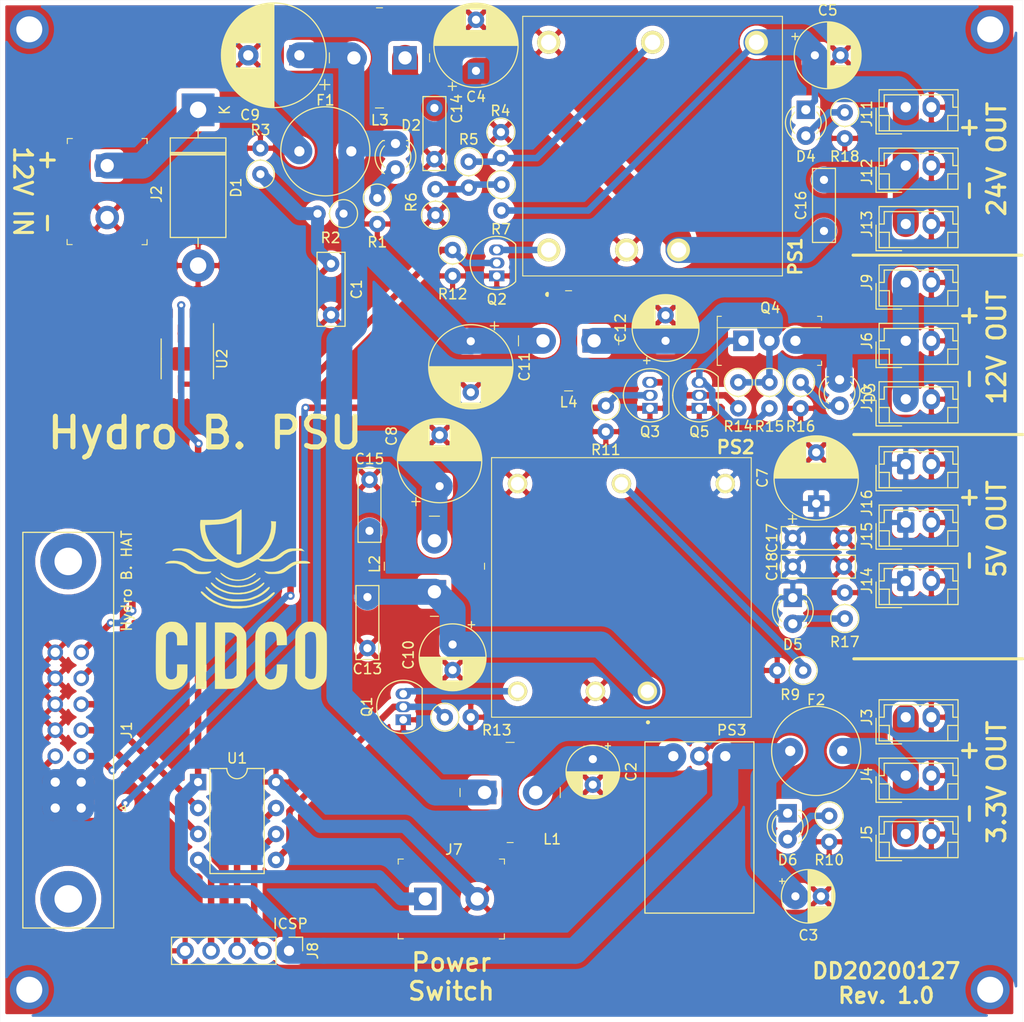
<source format=kicad_pcb>
(kicad_pcb (version 20171130) (host pcbnew "(5.1.5)-3")
  (layers (0 F.Cu signal) (31 B.Cu signal) (34 B.Paste user) (35 F.Paste user) (36 B.SilkS user) (37 F.SilkS user) (38 B.Mask user) (39 F.Mask user) (44 Edge.Cuts user))
  (net 0 "")
  (net 1 "Net-(D1-Pad1)")
  (net 2 GND)
  (net 3 read_sw)
  (net 4 "Net-(C12-Pad1)")
  (net 5 "Net-(Q4-Pad1)")
  (net 6 +12V)
  (net 7 12v_on)
  (net 8 24v_on)
  (net 9 "Net-(PS1-Pad1)")
  (net 10 5v_on)
  (net 11 "Net-(C10-Pad1)")
  (net 12 "Net-(C2-Pad1)")
  (net 13 +3V3)
  (net 14 "Net-(D2-Pad2)")
  (net 15 "Net-(D3-Pad2)")
  (net 16 "Net-(D4-Pad2)")
  (net 17 "Net-(D5-Pad2)")
  (net 18 "Net-(D6-Pad2)")
  (net 19 "Net-(R5-Pad2)")
  (net 20 "Net-(PS1-Pad5)")
  (net 21 "Net-(C1-Pad1)")
  (net 22 SCK)
  (net 23 SDA)
  (net 24 rpi_shutdown)
  (net 25 ICSPCLK)
  (net 26 rpi_pw_ok)
  (net 27 ICSPDAT)
  (net 28 "Net-(C14-Pad1)")
  (net 29 24VOUT)
  (net 30 5VOUT)
  (net 31 12VOUT)
  (net 32 3.3VOUT)
  (net 33 "Net-(PS2-Pad6)")
  (net 34 "Net-(Q3-Pad3)")
  (net 35 "Net-(PS2-Pad4)")
  (module Connector_PinHeader_2.54mm:PinHeader_1x05_P2.54mm_Vertical (layer F.Cu) (at 48.26 113.03 270)
    (fp_text reference J8 (at 0 -2.33 90) (layer F.SilkS))
    (fp_text value Conn_01x05)
    (pad 5 thru_hole oval (at 0 10.16 270) (size 1.7 1.7) (drill 1) (layers *.Cu *.Mask) (net 2 GND))
    (pad 4 thru_hole oval (at 0 7.62 270) (size 1.7 1.7) (drill 1) (layers *.Cu *.Mask) (net 3 read_sw))
    (pad 3 thru_hole oval (at 0 5.08 270) (size 1.7 1.7) (drill 1) (layers *.Cu *.Mask) (net 27 ICSPDAT))
    (pad 2 thru_hole oval (at 0 2.54 270) (size 1.7 1.7) (drill 1) (layers *.Cu *.Mask) (net 25 ICSPCLK))
    (pad 1 thru_hole rect (at 0 0 270) (size 1.7 1.7) (drill 1) (layers *.Cu *.Mask) (net 13 +3V3))
  )
  (module Resistor_THT:R_Axial_DIN0207_L6.3mm_D2.5mm_P2.54mm_Vertical (layer F.Cu) (at 68.9864 32.9184 270)
    (fp_text reference R4 (at -2.0828 0.0508 180) (layer F.SilkS))
    (fp_text value XX)
    (pad 2 thru_hole oval (at 2.54 0 270) (size 1.6 1.6) (drill 0.8) (layers *.Cu *.Mask) (net 20 "Net-(PS1-Pad5)"))
    (pad 1 thru_hole circle (at 0 0 270) (size 1.6 1.6) (drill 0.8) (layers *.Cu *.Mask) (net 2 GND))
  )
  (module SKMW30G-12:SKMW30G12 (layer F.Cu) (at 83.312 87.63)
    (fp_text reference PS2 (at 8.636 -23.876) (layer F.SilkS) (effects (font (size 1.27 1.27) (thickness 0.254))))
    (fp_text value SKMW30F-05 hide)
    (pad 6 thru_hole circle (at -12.7 0 90) (size 1.9 1.9) (drill 1.3) (layers *.Cu *.Mask F.SilkS) (net 33 "Net-(PS2-Pad6)"))
    (pad 5 thru_hole circle (at -12.7 -20.32 90) (size 1.9 1.9) (drill 1.3) (layers *.Cu *.Mask F.SilkS) (net 2 GND))
    (pad 4 thru_hole circle (at -2.54 -20.32 90) (size 1.9 1.9) (drill 1.3) (layers *.Cu *.Mask F.SilkS) (net 35 "Net-(PS2-Pad4)"))
    (pad 3 thru_hole circle (at 7.62 -20.32 90) (size 1.9 1.9) (drill 1.3) (layers *.Cu *.Mask F.SilkS) (net 30 5VOUT))
    (pad 2 thru_hole circle (at -5.08 0 90) (size 1.9 1.9) (drill 1.3) (layers *.Cu *.Mask F.SilkS) (net 2 GND))
    (pad 1 thru_hole circle (at 0 0 90) (size 1.9 1.9) (drill 1.3) (layers *.Cu *.Mask F.SilkS) (net 11 "Net-(C10-Pad1)"))
  )
  (module Package_SO:SOIC-8-1EP_3.9x4.9mm_P1.27mm_EP2.29x3mm (layer F.Cu) (at 38.3166 55.1068 270)
    (fp_text reference U2 (at 0 -3.4 90) (layer F.SilkS))
    (fp_text value MCP3426-xSN)
    (pad 8 smd roundrect (at 2.475 -1.905 270) (size 1.95 0.6) (layers F.Cu F.Paste F.Mask) (net 2 GND))
    (pad 7 smd roundrect (at 2.475 -0.635 270) (size 1.95 0.6) (layers F.Cu F.Paste F.Mask) (net 2 GND))
    (pad 6 smd roundrect (at 2.475 0.635 270) (size 1.95 0.6) (layers F.Cu F.Paste F.Mask) (net 2 GND))
    (pad 5 smd roundrect (at 2.475 1.905 270) (size 1.95 0.6) (layers F.Cu F.Paste F.Mask) (net 22 SCK))
    (pad 4 smd roundrect (at -2.475 1.905 270) (size 1.95 0.6) (layers F.Cu F.Paste F.Mask) (net 23 SDA))
    (pad 3 smd roundrect (at -2.475 0.635 270) (size 1.95 0.6) (layers F.Cu F.Paste F.Mask) (net 13 +3V3))
    (pad 2 smd roundrect (at -2.475 -0.635 270) (size 1.95 0.6) (layers F.Cu F.Paste F.Mask) (net 2 GND))
    (pad 1 smd roundrect (at -2.475 -1.905 270) (size 1.95 0.6) (layers F.Cu F.Paste F.Mask) (net 21 "Net-(C1-Pad1)"))
    (pad 9 smd roundrect (at 0 0 270) (size 2.29 3) (layers F.Cu F.Mask) (roundrect_rratio 0.10917))
  )
  (module Resistor_THT:R_Axial_DIN0207_L6.3mm_D2.5mm_P2.54mm_Vertical (layer F.Cu) (at 102.616 30.988 270)
    (fp_text reference R18 (at 4.318 0 180) (layer F.SilkS))
    (fp_text value 3.9k)
    (pad 2 thru_hole oval (at 2.54 0 270) (size 1.6 1.6) (drill 0.8) (layers *.Cu *.Mask) (net 2 GND))
    (pad 1 thru_hole circle (at 0 0 270) (size 1.6 1.6) (drill 0.8) (layers *.Cu *.Mask) (net 16 "Net-(D4-Pad2)"))
  )
  (module Resistor_THT:R_Axial_DIN0207_L6.3mm_D2.5mm_P2.54mm_Vertical (layer F.Cu) (at 102.616 80.518 90)
    (fp_text reference R17 (at -2.286 0 180) (layer F.SilkS))
    (fp_text value 560)
    (pad 2 thru_hole oval (at 2.54 0 90) (size 1.6 1.6) (drill 0.8) (layers *.Cu *.Mask) (net 2 GND))
    (pad 1 thru_hole circle (at 0 0 90) (size 1.6 1.6) (drill 0.8) (layers *.Cu *.Mask) (net 17 "Net-(D5-Pad2)"))
  )
  (module Resistor_THT:R_Axial_DIN0207_L6.3mm_D2.5mm_P2.54mm_Vertical (layer F.Cu) (at 98.298 57.404 270)
    (fp_text reference R16 (at 4.318 0 180) (layer F.SilkS))
    (fp_text value 2k)
    (pad 2 thru_hole oval (at 2.54 0 270) (size 1.6 1.6) (drill 0.8) (layers *.Cu *.Mask) (net 2 GND))
    (pad 1 thru_hole circle (at 0 0 270) (size 1.6 1.6) (drill 0.8) (layers *.Cu *.Mask) (net 15 "Net-(D3-Pad2)"))
  )
  (module Resistor_THT:R_Axial_DIN0207_L6.3mm_D2.5mm_P2.54mm_Vertical (layer F.Cu) (at 95.25 57.404 270)
    (fp_text reference R15 (at 4.318 0 180) (layer F.SilkS))
    (fp_text value 10k)
    (pad 2 thru_hole oval (at 2.54 0 270) (size 1.6 1.6) (drill 0.8) (layers *.Cu *.Mask) (net 5 "Net-(Q4-Pad1)"))
    (pad 1 thru_hole circle (at 0 0 270) (size 1.6 1.6) (drill 0.8) (layers *.Cu *.Mask) (net 4 "Net-(C12-Pad1)"))
  )
  (module Resistor_THT:R_Axial_DIN0207_L6.3mm_D2.5mm_P2.54mm_Vertical (layer F.Cu) (at 92.202 57.404 270)
    (fp_text reference R14 (at 4.318 0 180) (layer F.SilkS))
    (fp_text value 10k)
    (pad 2 thru_hole oval (at 2.54 0 270) (size 1.6 1.6) (drill 0.8) (layers *.Cu *.Mask) (net 34 "Net-(Q3-Pad3)"))
    (pad 1 thru_hole circle (at 0 0 270) (size 1.6 1.6) (drill 0.8) (layers *.Cu *.Mask) (net 4 "Net-(C12-Pad1)"))
  )
  (module Resistor_THT:R_Axial_DIN0207_L6.3mm_D2.5mm_P2.54mm_Vertical (layer F.Cu) (at 63.5 90.17)
    (fp_text reference R13 (at 5.08 1.27) (layer F.SilkS))
    (fp_text value 1k)
    (pad 2 thru_hole oval (at 2.54 0) (size 1.6 1.6) (drill 0.8) (layers *.Cu *.Mask) (net 2 GND))
    (pad 1 thru_hole circle (at 0 0) (size 1.6 1.6) (drill 0.8) (layers *.Cu *.Mask) (net 10 5v_on))
  )
  (module Resistor_THT:R_Axial_DIN0207_L6.3mm_D2.5mm_P2.54mm_Vertical (layer F.Cu) (at 64.262 44.45 270)
    (fp_text reference R12 (at 4.318 0 180) (layer F.SilkS))
    (fp_text value 1k)
    (pad 2 thru_hole oval (at 2.54 0 270) (size 1.6 1.6) (drill 0.8) (layers *.Cu *.Mask) (net 2 GND))
    (pad 1 thru_hole circle (at 0 0 270) (size 1.6 1.6) (drill 0.8) (layers *.Cu *.Mask) (net 8 24v_on))
  )
  (module Resistor_THT:R_Axial_DIN0207_L6.3mm_D2.5mm_P2.54mm_Vertical (layer F.Cu) (at 79.248 59.69 270)
    (fp_text reference R11 (at 4.318 0 180) (layer F.SilkS))
    (fp_text value 1k)
    (pad 2 thru_hole oval (at 2.54 0 270) (size 1.6 1.6) (drill 0.8) (layers *.Cu *.Mask) (net 2 GND))
    (pad 1 thru_hole circle (at 0 0 270) (size 1.6 1.6) (drill 0.8) (layers *.Cu *.Mask) (net 7 12v_on))
  )
  (module Resistor_THT:R_Axial_DIN0207_L6.3mm_D2.5mm_P2.54mm_Vertical (layer F.Cu) (at 101.092 99.822 270)
    (fp_text reference R10 (at 4.318 0 180) (layer F.SilkS))
    (fp_text value 220)
    (pad 2 thru_hole oval (at 2.54 0 270) (size 1.6 1.6) (drill 0.8) (layers *.Cu *.Mask) (net 2 GND))
    (pad 1 thru_hole circle (at 0 0 270) (size 1.6 1.6) (drill 0.8) (layers *.Cu *.Mask) (net 18 "Net-(D6-Pad2)"))
  )
  (module Resistor_THT:R_Axial_DIN0207_L6.3mm_D2.5mm_P2.54mm_Vertical (layer F.Cu) (at 98.552 85.598 180)
    (fp_text reference R9 (at 1.27 -2.37) (layer F.SilkS))
    (fp_text value xx)
    (pad 2 thru_hole oval (at 2.54 0 180) (size 1.6 1.6) (drill 0.8) (layers *.Cu *.Mask) (net 2 GND))
    (pad 1 thru_hole circle (at 0 0 180) (size 1.6 1.6) (drill 0.8) (layers *.Cu *.Mask) (net 35 "Net-(PS2-Pad4)"))
  )
  (module Resistor_THT:R_Axial_DIN0207_L6.3mm_D2.5mm_P2.54mm_Vertical (layer F.Cu) (at 69.0372 38.0492 270)
    (fp_text reference R7 (at 4.3688 0.0508 180) (layer F.SilkS))
    (fp_text value 24.872K)
    (pad 2 thru_hole oval (at 2.54 0 270) (size 1.6 1.6) (drill 0.8) (layers *.Cu *.Mask) (net 29 24VOUT))
    (pad 1 thru_hole circle (at 0 0 270) (size 1.6 1.6) (drill 0.8) (layers *.Cu *.Mask) (net 19 "Net-(R5-Pad2)"))
  )
  (module Resistor_THT:R_Axial_DIN0207_L6.3mm_D2.5mm_P2.54mm_Vertical (layer F.Cu) (at 62.5856 41.0464 90)
    (fp_text reference R6 (at 1.27 -2.37 90) (layer F.SilkS))
    (fp_text value 2.87K)
    (pad 2 thru_hole oval (at 2.54 0 90) (size 1.6 1.6) (drill 0.8) (layers *.Cu *.Mask) (net 19 "Net-(R5-Pad2)"))
    (pad 1 thru_hole circle (at 0 0 90) (size 1.6 1.6) (drill 0.8) (layers *.Cu *.Mask) (net 2 GND))
  )
  (module Resistor_THT:R_Axial_DIN0207_L6.3mm_D2.5mm_P2.54mm_Vertical (layer F.Cu) (at 65.8368 35.814 270)
    (fp_text reference R5 (at -2.1844 0 180) (layer F.SilkS))
    (fp_text value 20K)
    (pad 2 thru_hole oval (at 2.54 0 270) (size 1.6 1.6) (drill 0.8) (layers *.Cu *.Mask) (net 19 "Net-(R5-Pad2)"))
    (pad 1 thru_hole circle (at 0 0 270) (size 1.6 1.6) (drill 0.8) (layers *.Cu *.Mask) (net 20 "Net-(PS1-Pad5)"))
  )
  (module Resistor_THT:R_Axial_DIN0207_L6.3mm_D2.5mm_P2.54mm_Vertical (layer F.Cu) (at 45.466 37.0332 90)
    (fp_text reference R3 (at 4.318 0 180) (layer F.SilkS))
    (fp_text value "1.27k 0.1%")
    (pad 2 thru_hole oval (at 2.54 0 90) (size 1.6 1.6) (drill 0.8) (layers *.Cu *.Mask) (net 2 GND))
    (pad 1 thru_hole circle (at 0 0 90) (size 1.6 1.6) (drill 0.8) (layers *.Cu *.Mask) (net 21 "Net-(C1-Pad1)"))
  )
  (module Resistor_THT:R_Axial_DIN0207_L6.3mm_D2.5mm_P2.54mm_Vertical (layer F.Cu) (at 53.594 40.894 180)
    (fp_text reference R2 (at 1.27 -2.37) (layer F.SilkS))
    (fp_text value "7.87k 0.1%")
    (pad 2 thru_hole oval (at 2.54 0 180) (size 1.6 1.6) (drill 0.8) (layers *.Cu *.Mask) (net 21 "Net-(C1-Pad1)"))
    (pad 1 thru_hole circle (at 0 0 180) (size 1.6 1.6) (drill 0.8) (layers *.Cu *.Mask) (net 6 +12V))
  )
  (module Resistor_THT:R_Axial_DIN0207_L6.3mm_D2.5mm_P2.54mm_Vertical (layer F.Cu) (at 56.896 39.37 270)
    (fp_text reference R1 (at 4.318 0 180) (layer F.SilkS))
    (fp_text value 10k)
    (pad 2 thru_hole oval (at 2.54 0 270) (size 1.6 1.6) (drill 0.8) (layers *.Cu *.Mask) (net 2 GND))
    (pad 1 thru_hole circle (at 0 0 270) (size 1.6 1.6) (drill 0.8) (layers *.Cu *.Mask) (net 14 "Net-(D2-Pad2)"))
  )
  (module Package_TO_SOT_THT:TO-92_Inline (layer F.Cu) (at 88.392 59.944 90)
    (fp_text reference Q5 (at -2.286 0 180) (layer F.SilkS))
    (fp_text value 2N7000)
    (pad 1 thru_hole rect (at 0 0 90) (size 1.05 1.5) (drill 0.75) (layers *.Cu *.Mask) (net 2 GND))
    (pad 3 thru_hole oval (at 2.54 0 90) (size 1.05 1.5) (drill 0.75) (layers *.Cu *.Mask) (net 5 "Net-(Q4-Pad1)"))
    (pad 2 thru_hole oval (at 1.27 0 90) (size 1.05 1.5) (drill 0.75) (layers *.Cu *.Mask) (net 34 "Net-(Q3-Pad3)"))
  )
  (module Package_TO_SOT_THT:TO-92_Inline (layer F.Cu) (at 83.566 59.944 90)
    (fp_text reference Q3 (at -2.286 0 180) (layer F.SilkS))
    (fp_text value 2N7000)
    (pad 1 thru_hole rect (at 0 0 90) (size 1.05 1.5) (drill 0.75) (layers *.Cu *.Mask) (net 2 GND))
    (pad 3 thru_hole oval (at 2.54 0 90) (size 1.05 1.5) (drill 0.75) (layers *.Cu *.Mask) (net 34 "Net-(Q3-Pad3)"))
    (pad 2 thru_hole oval (at 1.27 0 90) (size 1.05 1.5) (drill 0.75) (layers *.Cu *.Mask) (net 7 12v_on))
  )
  (module Package_TO_SOT_THT:TO-92_Inline (layer F.Cu) (at 68.58 46.99 90)
    (fp_text reference Q2 (at -2.286 0 180) (layer F.SilkS))
    (fp_text value 2N7000)
    (pad 1 thru_hole rect (at 0 0 90) (size 1.05 1.5) (drill 0.75) (layers *.Cu *.Mask) (net 2 GND))
    (pad 3 thru_hole oval (at 2.54 0 90) (size 1.05 1.5) (drill 0.75) (layers *.Cu *.Mask) (net 9 "Net-(PS1-Pad1)"))
    (pad 2 thru_hole oval (at 1.27 0 90) (size 1.05 1.5) (drill 0.75) (layers *.Cu *.Mask) (net 8 24v_on))
  )
  (module Package_TO_SOT_THT:TO-92_Inline (layer F.Cu) (at 59.436 90.424 90)
    (fp_text reference Q1 (at 1.27 -3.56 90) (layer F.SilkS))
    (fp_text value 2N7000)
    (pad 1 thru_hole rect (at 0 0 90) (size 1.05 1.5) (drill 0.75) (layers *.Cu *.Mask) (net 2 GND))
    (pad 3 thru_hole oval (at 2.54 0 90) (size 1.05 1.5) (drill 0.75) (layers *.Cu *.Mask) (net 33 "Net-(PS2-Pad6)"))
    (pad 2 thru_hole oval (at 1.27 0 90) (size 1.05 1.5) (drill 0.75) (layers *.Cu *.Mask) (net 10 5v_on))
  )
  (module Fuse:Fuse_Littelfuse_372_D8.50mm (layer F.Cu) (at 97.282 93.472)
    (fp_text reference F2 (at 2.54 -5) (layer F.SilkS))
    (fp_text value 3413_0328_22)
    (pad 2 thru_hole circle (at 5.08 0) (size 2 2) (drill 1) (layers *.Cu *.Mask) (net 32 3.3VOUT))
    (pad 1 thru_hole circle (at 0 0) (size 2 2) (drill 1) (layers *.Cu *.Mask) (net 13 +3V3))
  )
  (module Fuse:Fuse_Littelfuse_372_D8.50mm (layer F.Cu) (at 49.276 34.798)
    (fp_text reference F1 (at 2.54 -5) (layer F.SilkS))
    (fp_text value 3413_0328_22)
    (pad 2 thru_hole circle (at 5.08 0) (size 2 2) (drill 1) (layers *.Cu *.Mask) (net 6 +12V))
    (pad 1 thru_hole circle (at 0 0) (size 2 2) (drill 1) (layers *.Cu *.Mask) (net 1 "Net-(D1-Pad1)"))
  )
  (module LED_THT:LED_D3.0mm_Clear (layer F.Cu) (at 97.028 99.568 270)
    (fp_text reference D6 (at 4.572 0 180) (layer F.SilkS))
    (fp_text value LTST-C171KRKT)
    (pad 2 thru_hole circle (at 2.54 0 270) (size 1.8 1.8) (drill 0.9) (layers *.Cu *.Mask) (net 18 "Net-(D6-Pad2)"))
    (pad 1 thru_hole rect (at 0 0 270) (size 1.8 1.8) (drill 0.9) (layers *.Cu *.Mask) (net 13 +3V3))
  )
  (module LED_THT:LED_D3.0mm_Clear (layer F.Cu) (at 97.536 78.486 270)
    (fp_text reference D5 (at 4.572 0 180) (layer F.SilkS))
    (fp_text value LTST-C171KRKT)
    (pad 2 thru_hole circle (at 2.54 0 270) (size 1.8 1.8) (drill 0.9) (layers *.Cu *.Mask) (net 17 "Net-(D5-Pad2)"))
    (pad 1 thru_hole rect (at 0 0 270) (size 1.8 1.8) (drill 0.9) (layers *.Cu *.Mask) (net 30 5VOUT))
  )
  (module LED_THT:LED_D3.0mm_Clear (layer F.Cu) (at 98.806 30.734 270)
    (fp_text reference D4 (at 4.572 0 180) (layer F.SilkS))
    (fp_text value LTST-C171KRKT)
    (pad 2 thru_hole circle (at 2.54 0 270) (size 1.8 1.8) (drill 0.9) (layers *.Cu *.Mask) (net 16 "Net-(D4-Pad2)"))
    (pad 1 thru_hole rect (at 0 0 270) (size 1.8 1.8) (drill 0.9) (layers *.Cu *.Mask) (net 29 24VOUT))
  )
  (module LED_THT:LED_D3.0mm_Clear (layer F.Cu) (at 102.108 57.15 270)
    (fp_text reference D3 (at 1.27 -2.96 90) (layer F.SilkS))
    (fp_text value LTST-C171KRKT)
    (pad 2 thru_hole circle (at 2.54 0 270) (size 1.8 1.8) (drill 0.9) (layers *.Cu *.Mask) (net 15 "Net-(D3-Pad2)"))
    (pad 1 thru_hole rect (at 0 0 270) (size 1.8 1.8) (drill 0.9) (layers *.Cu *.Mask) (net 31 12VOUT))
  )
  (module LED_THT:LED_D3.0mm_Clear (layer F.Cu) (at 58.674 34.036 270)
    (fp_text reference D2 (at -1.778 -1.524 180) (layer F.SilkS))
    (fp_text value LTST-C171KRKT)
    (pad 2 thru_hole circle (at 2.54 0 270) (size 1.8 1.8) (drill 0.9) (layers *.Cu *.Mask) (net 14 "Net-(D2-Pad2)"))
    (pad 1 thru_hole rect (at 0 0 270) (size 1.8 1.8) (drill 0.9) (layers *.Cu *.Mask) (net 6 +12V))
  )
  (module Capacitor_THT:C_Rect_L7.0mm_W2.0mm_P5.00mm (layer F.Cu) (at 97.536 75.438)
    (fp_text reference C18 (at -2.032 0 90) (layer F.SilkS))
    (fp_text value 0.1UF)
    (pad 2 thru_hole circle (at 5 0) (size 1.6 1.6) (drill 0.8) (layers *.Cu *.Mask) (net 2 GND))
    (pad 1 thru_hole circle (at 0 0) (size 1.6 1.6) (drill 0.8) (layers *.Cu *.Mask) (net 30 5VOUT))
  )
  (module Capacitor_THT:C_Rect_L7.0mm_W2.0mm_P5.00mm (layer F.Cu) (at 97.536 72.644)
    (fp_text reference C17 (at -2.032 0 90) (layer F.SilkS))
    (fp_text value 10UF)
    (pad 2 thru_hole circle (at 5 0) (size 1.6 1.6) (drill 0.8) (layers *.Cu *.Mask) (net 2 GND))
    (pad 1 thru_hole circle (at 0 0) (size 1.6 1.6) (drill 0.8) (layers *.Cu *.Mask) (net 30 5VOUT))
  )
  (module Capacitor_THT:C_Rect_L7.0mm_W2.0mm_P5.00mm (layer F.Cu) (at 100.584 42.592 90)
    (fp_text reference C16 (at 2.5 -2.25 90) (layer F.SilkS))
    (fp_text value "1NF 2KV")
    (pad 2 thru_hole circle (at 5 0 90) (size 1.6 1.6) (drill 0.8) (layers *.Cu *.Mask) (net 29 24VOUT))
    (pad 1 thru_hole circle (at 0 0 90) (size 1.6 1.6) (drill 0.8) (layers *.Cu *.Mask) (net 28 "Net-(C14-Pad1)"))
  )
  (module Capacitor_THT:C_Rect_L7.0mm_W2.0mm_P5.00mm (layer F.Cu) (at 56.134 71.9328 90)
    (fp_text reference C15 (at 7.032 0 180) (layer F.SilkS))
    (fp_text value 0.1UF)
    (pad 2 thru_hole circle (at 5 0 90) (size 1.6 1.6) (drill 0.8) (layers *.Cu *.Mask) (net 2 GND))
    (pad 1 thru_hole circle (at 0 0 90) (size 1.6 1.6) (drill 0.8) (layers *.Cu *.Mask) (net 11 "Net-(C10-Pad1)"))
  )
  (module Capacitor_THT:C_Rect_L7.0mm_W2.0mm_P5.00mm (layer F.Cu) (at 62.484 30.56 270)
    (fp_text reference C14 (at 0.0724 -2.1844 90) (layer F.SilkS))
    (fp_text value "4.7UF 50V")
    (pad 2 thru_hole circle (at 5 0 270) (size 1.6 1.6) (drill 0.8) (layers *.Cu *.Mask) (net 2 GND))
    (pad 1 thru_hole circle (at 0 0 270) (size 1.6 1.6) (drill 0.8) (layers *.Cu *.Mask) (net 28 "Net-(C14-Pad1)"))
  )
  (module Capacitor_THT:C_Rect_L7.0mm_W2.0mm_P5.00mm (layer F.Cu) (at 55.9308 78.4136 270)
    (fp_text reference C13 (at 7.032 0 180) (layer F.SilkS))
    (fp_text value 10UF)
    (pad 2 thru_hole circle (at 5 0 270) (size 1.6 1.6) (drill 0.8) (layers *.Cu *.Mask) (net 2 GND))
    (pad 1 thru_hole circle (at 0 0 270) (size 1.6 1.6) (drill 0.8) (layers *.Cu *.Mask) (net 11 "Net-(C10-Pad1)"))
  )
  (module Capacitor_THT:C_Rect_L7.0mm_W2.5mm_P5.00mm (layer F.Cu) (at 52.3748 45.8 270)
    (fp_text reference C1 (at 2.5 -2.5 90) (layer F.SilkS))
    (fp_text value 0.1u)
    (pad 2 thru_hole circle (at 5 0 270) (size 1.6 1.6) (drill 0.8) (layers *.Cu *.Mask) (net 2 GND))
    (pad 1 thru_hole circle (at 0 0 270) (size 1.6 1.6) (drill 0.8) (layers *.Cu *.Mask) (net 21 "Net-(C1-Pad1)"))
  )
  (module "cidco:logo cidco" (layer F.Cu) (at 43.815 78.3082)
    (fp_text reference G*** hide)
    (fp_text value LOGO hide)
  )
  (module Connector_JST:JST_EH_B2B-EH-A_1x02_P2.50mm_Vertical (layer F.Cu) (at 108.585 65.405)
    (fp_text reference J16 (at -3.81 3.81 90) (layer F.SilkS))
    (fp_text value Conn_01x02)
    (pad 2 thru_hole oval (at 2.5 0) (size 1.7 2) (drill 1) (layers *.Cu *.Mask) (net 2 GND))
    (pad 1 thru_hole roundrect (at 0 0) (size 1.7 2) (drill 1) (layers *.Cu *.Mask) (roundrect_rratio 0.147059) (net 30 5VOUT))
  )
  (module Connector_JST:JST_EH_B2B-EH-A_1x02_P2.50mm_Vertical (layer F.Cu) (at 108.585 71.12)
    (fp_text reference J15 (at -3.81 1.27 90) (layer F.SilkS))
    (fp_text value Conn_01x02)
    (pad 2 thru_hole oval (at 2.5 0) (size 1.7 2) (drill 1) (layers *.Cu *.Mask) (net 2 GND))
    (pad 1 thru_hole roundrect (at 0 0) (size 1.7 2) (drill 1) (layers *.Cu *.Mask) (roundrect_rratio 0.147059) (net 30 5VOUT))
  )
  (module Connector_JST:JST_EH_B2B-EH-A_1x02_P2.50mm_Vertical (layer F.Cu) (at 108.585 76.835)
    (fp_text reference J14 (at -3.81 0 90) (layer F.SilkS))
    (fp_text value Conn_01x02)
    (pad 2 thru_hole oval (at 2.5 0) (size 1.7 2) (drill 1) (layers *.Cu *.Mask) (net 2 GND))
    (pad 1 thru_hole roundrect (at 0 0) (size 1.7 2) (drill 1) (layers *.Cu *.Mask) (roundrect_rratio 0.147059) (net 30 5VOUT))
  )
  (module Connector_JST:JST_EH_B2B-EH-A_1x02_P2.50mm_Vertical (layer F.Cu) (at 108.585 41.91)
    (fp_text reference J13 (at -3.81 0 90) (layer F.SilkS))
    (fp_text value Conn_01x02)
    (pad 2 thru_hole oval (at 2.5 0) (size 1.7 2) (drill 1) (layers *.Cu *.Mask) (net 2 GND))
    (pad 1 thru_hole roundrect (at 0 0) (size 1.7 2) (drill 1) (layers *.Cu *.Mask) (roundrect_rratio 0.147059) (net 29 24VOUT))
  )
  (module Connector_JST:JST_EH_B2B-EH-A_1x02_P2.50mm_Vertical (layer F.Cu) (at 108.585 36.195)
    (fp_text reference J12 (at -3.81 0.635 90) (layer F.SilkS))
    (fp_text value Conn_01x02)
    (pad 2 thru_hole oval (at 2.5 0) (size 1.7 2) (drill 1) (layers *.Cu *.Mask) (net 2 GND))
    (pad 1 thru_hole roundrect (at 0 0) (size 1.7 2) (drill 1) (layers *.Cu *.Mask) (roundrect_rratio 0.147059) (net 29 24VOUT))
  )
  (module Connector_JST:JST_EH_B2B-EH-A_1x02_P2.50mm_Vertical (layer F.Cu) (at 108.585 30.48)
    (fp_text reference J11 (at -3.81 0.635 90) (layer F.SilkS))
    (fp_text value Conn_01x02)
    (pad 2 thru_hole oval (at 2.5 0) (size 1.7 2) (drill 1) (layers *.Cu *.Mask) (net 2 GND))
    (pad 1 thru_hole roundrect (at 0 0) (size 1.7 2) (drill 1) (layers *.Cu *.Mask) (roundrect_rratio 0.147059) (net 29 24VOUT))
  )
  (module Connector_JST:JST_EH_B2B-EH-A_1x02_P2.50mm_Vertical (layer F.Cu) (at 108.585 59.055)
    (fp_text reference J10 (at -3.81 0 90) (layer F.SilkS))
    (fp_text value Conn_01x02)
    (pad 2 thru_hole oval (at 2.5 0) (size 1.7 2) (drill 1) (layers *.Cu *.Mask) (net 2 GND))
    (pad 1 thru_hole roundrect (at 0 0) (size 1.7 2) (drill 1) (layers *.Cu *.Mask) (roundrect_rratio 0.147059) (net 31 12VOUT))
  )
  (module Connector_JST:JST_EH_B2B-EH-A_1x02_P2.50mm_Vertical (layer F.Cu) (at 108.585 47.625)
    (fp_text reference J9 (at -3.81 0 90) (layer F.SilkS))
    (fp_text value Conn_01x02)
    (pad 2 thru_hole oval (at 2.5 0) (size 1.7 2) (drill 1) (layers *.Cu *.Mask) (net 2 GND))
    (pad 1 thru_hole roundrect (at 0 0) (size 1.7 2) (drill 1) (layers *.Cu *.Mask) (roundrect_rratio 0.147059) (net 31 12VOUT))
  )
  (module Connector_JST:JST_EH_B2B-EH-A_1x02_P2.50mm_Vertical (layer F.Cu) (at 108.585 53.34)
    (fp_text reference J6 (at -3.81 0 90) (layer F.SilkS))
    (fp_text value Conn_01x02)
    (pad 2 thru_hole oval (at 2.5 0) (size 1.7 2) (drill 1) (layers *.Cu *.Mask) (net 2 GND))
    (pad 1 thru_hole roundrect (at 0 0) (size 1.7 2) (drill 1) (layers *.Cu *.Mask) (roundrect_rratio 0.147059) (net 31 12VOUT))
  )
  (module Connector_JST:JST_EH_B2B-EH-A_1x02_P2.50mm_Vertical (layer F.Cu) (at 108.585 101.6)
    (fp_text reference J5 (at -3.81 0 90) (layer F.SilkS))
    (fp_text value Conn_01x02)
    (pad 2 thru_hole oval (at 2.5 0) (size 1.7 2) (drill 1) (layers *.Cu *.Mask) (net 2 GND))
    (pad 1 thru_hole roundrect (at 0 0) (size 1.7 2) (drill 1) (layers *.Cu *.Mask) (roundrect_rratio 0.147059) (net 32 3.3VOUT))
  )
  (module Connector_JST:JST_EH_B2B-EH-A_1x02_P2.50mm_Vertical (layer F.Cu) (at 108.585 95.885)
    (fp_text reference J4 (at -3.81 0 90) (layer F.SilkS))
    (fp_text value Conn_01x02)
    (pad 2 thru_hole oval (at 2.5 0) (size 1.7 2) (drill 1) (layers *.Cu *.Mask) (net 2 GND))
    (pad 1 thru_hole roundrect (at 0 0) (size 1.7 2) (drill 1) (layers *.Cu *.Mask) (roundrect_rratio 0.147059) (net 32 3.3VOUT))
  )
  (module Connector_JST:JST_EH_B2B-EH-A_1x02_P2.50mm_Vertical (layer F.Cu) (at 108.585 90.17)
    (fp_text reference J3 (at -3.81 0 90) (layer F.SilkS))
    (fp_text value Conn_01x02)
    (pad 2 thru_hole oval (at 2.5 0) (size 1.7 2) (drill 1) (layers *.Cu *.Mask) (net 2 GND))
    (pad 1 thru_hole roundrect (at 0 0) (size 1.7 2) (drill 1) (layers *.Cu *.Mask) (roundrect_rratio 0.147059) (net 32 3.3VOUT))
  )
  (module Capacitor_THT:CP_Radial_D6.3mm_P2.50mm (layer F.Cu) (at 85.09 53.34 90)
    (fp_text reference C12 (at 1.25 -4.4 90) (layer F.SilkS))
    (fp_text value "47UF 50V")
    (pad 2 thru_hole circle (at 2.5 0 90) (size 1.6 1.6) (drill 0.8) (layers *.Cu *.Mask) (net 2 GND))
    (pad 1 thru_hole rect (at 0 0 90) (size 1.6 1.6) (drill 0.8) (layers *.Cu *.Mask) (net 4 "Net-(C12-Pad1)"))
  )
  (module Capacitor_THT:CP_Radial_D8.0mm_P5.00mm (layer F.Cu) (at 66.04 53.38 270)
    (fp_text reference C11 (at 2.5 -5.25 90) (layer F.SilkS))
    (fp_text value "100UF 50V")
    (pad 2 thru_hole circle (at 5 0 270) (size 1.6 1.6) (drill 0.8) (layers *.Cu *.Mask) (net 2 GND))
    (pad 1 thru_hole rect (at 0 0 270) (size 1.6 1.6) (drill 0.8) (layers *.Cu *.Mask) (net 6 +12V))
  )
  (module Capacitor_THT:CP_Radial_D6.3mm_P2.50mm (layer F.Cu) (at 64.262 83.058 270)
    (fp_text reference C10 (at 1.016 4.318 90) (layer F.SilkS))
    (fp_text value "47UF 35V")
    (pad 2 thru_hole circle (at 2.5 0 270) (size 1.6 1.6) (drill 0.8) (layers *.Cu *.Mask) (net 2 GND))
    (pad 1 thru_hole rect (at 0 0 270) (size 1.6 1.6) (drill 0.8) (layers *.Cu *.Mask) (net 11 "Net-(C10-Pad1)"))
  )
  (module Capacitor_THT:CP_Radial_D10.0mm_P5.00mm (layer F.Cu) (at 49.276 25.4 180)
    (fp_text reference C9 (at 4.826 -5.842) (layer F.SilkS))
    (fp_text value "330UF 50V")
    (pad 2 thru_hole circle (at 5 0 180) (size 2 2) (drill 1) (layers *.Cu *.Mask) (net 2 GND))
    (pad 1 thru_hole rect (at 0 0 180) (size 2 2) (drill 1) (layers *.Cu *.Mask) (net 6 +12V))
  )
  (module Capacitor_THT:CP_Radial_D8.0mm_P5.00mm (layer F.Cu) (at 62.992 67.564 90)
    (fp_text reference C8 (at 4.9022 -4.699 90) (layer F.SilkS))
    (fp_text value "100UF 35V")
    (pad 2 thru_hole circle (at 5 0 90) (size 1.6 1.6) (drill 0.8) (layers *.Cu *.Mask) (net 2 GND))
    (pad 1 thru_hole rect (at 0 0 90) (size 1.6 1.6) (drill 0.8) (layers *.Cu *.Mask) (net 6 +12V))
  )
  (module Capacitor_THT:CP_Radial_D8.0mm_P5.00mm (layer F.Cu) (at 99.822 69.262 90)
    (fp_text reference C7 (at 2.5 -5.25 90) (layer F.SilkS))
    (fp_text value "330uf 16v")
    (pad 2 thru_hole circle (at 5 0 90) (size 1.6 1.6) (drill 0.8) (layers *.Cu *.Mask) (net 2 GND))
    (pad 1 thru_hole rect (at 0 0 90) (size 1.6 1.6) (drill 0.8) (layers *.Cu *.Mask) (net 30 5VOUT))
  )
  (module Capacitor_THT:CP_Radial_D6.3mm_P2.50mm (layer F.Cu) (at 99.695 25.4)
    (fp_text reference C5 (at 1.25 -4.4) (layer F.SilkS))
    (fp_text value "47UF 50V")
    (pad 2 thru_hole circle (at 2.5 0) (size 1.6 1.6) (drill 0.8) (layers *.Cu *.Mask) (net 2 GND))
    (pad 1 thru_hole rect (at 0 0) (size 1.6 1.6) (drill 0.8) (layers *.Cu *.Mask) (net 29 24VOUT))
  )
  (module Capacitor_THT:CP_Radial_D8.0mm_P5.00mm (layer F.Cu) (at 66.548 26.924 90)
    (fp_text reference C4 (at -2.54 0 180) (layer F.SilkS))
    (fp_text value "100UF 50V")
    (pad 2 thru_hole circle (at 5 0 90) (size 1.6 1.6) (drill 0.8) (layers *.Cu *.Mask) (net 2 GND))
    (pad 1 thru_hole rect (at 0 0 90) (size 1.6 1.6) (drill 0.8) (layers *.Cu *.Mask) (net 28 "Net-(C14-Pad1)"))
  )
  (module Capacitor_THT:CP_Radial_D5.0mm_P2.50mm (layer F.Cu) (at 97.79 107.696)
    (fp_text reference C3 (at 1.27 3.81) (layer F.SilkS))
    (fp_text value "10u 10v")
    (pad 2 thru_hole circle (at 2.5 0) (size 1.6 1.6) (drill 0.8) (layers *.Cu *.Mask) (net 2 GND))
    (pad 1 thru_hole rect (at 0 0) (size 1.6 1.6) (drill 0.8) (layers *.Cu *.Mask) (net 13 +3V3))
  )
  (module Capacitor_THT:CP_Radial_D5.0mm_P2.50mm (layer F.Cu) (at 77.978 94.274 270)
    (fp_text reference C2 (at 1.25 -3.75 90) (layer F.SilkS))
    (fp_text value "10u 35v")
    (pad 2 thru_hole circle (at 2.5 0 270) (size 1.6 1.6) (drill 0.8) (layers *.Cu *.Mask) (net 2 GND))
    (pad 1 thru_hole rect (at 0 0 270) (size 1.6 1.6) (drill 0.8) (layers *.Cu *.Mask) (net 12 "Net-(C2-Pad1)"))
  )
  (module Converter_DCDC:Converter_DCDC_muRata_OKI-78SR_Horizontal (layer F.Cu) (at 85.852 93.98)
    (fp_text reference PS3 (at 5.715 -2.54 180) (layer F.SilkS))
    (fp_text value OKI-78SR-3.3_1.5-W36H-C)
    (pad 1 thru_hole rect (at 0 0 180) (size 1.8 1.8) (drill 1) (layers *.Cu *.Mask) (net 12 "Net-(C2-Pad1)"))
    (pad 2 thru_hole circle (at 2.54 0 180) (size 1.8 1.8) (drill 1) (layers *.Cu *.Mask) (net 2 GND))
    (pad 3 thru_hole circle (at 5.08 0 180) (size 1.8 1.8) (drill 1) (layers *.Cu *.Mask) (net 13 +3V3))
  )
  (module digikey-footprints:Inductor_13R106C (layer F.Cu) (at 69.89 97.536)
    (fp_text reference L1 (at 4.104 4.572) (layer F.SilkS))
    (fp_text value 1uh)
    (pad 2 thru_hole circle (at 2.5 0) (size 2.3 2.3) (drill 1.3) (layers *.Cu *.Mask) (net 12 "Net-(C2-Pad1)"))
    (pad 1 thru_hole rect (at -2.5 0) (size 2.3 2.3) (drill 1.3) (layers *.Cu *.Mask) (net 6 +12V))
  )
  (module PDQE15Q24S5D (layer F.Cu) (at 73.66 44.45 90)
    (fp_text reference PS1 (at -0.635 24.13 90) (layer F.SilkS) (effects (font (size 1.27 1.27) (thickness 0.254))))
    (fp_text value PDQE20-Q24-S5-D hide)
    (pad 1 thru_hole circle (at 0 0 180) (size 2.25 2.25) (drill 1.5) (layers *.Cu *.Mask F.SilkS) (net 9 "Net-(PS1-Pad1)"))
    (pad 2 thru_hole circle (at 0 7.62 180) (size 2.25 2.25) (drill 1.5) (layers *.Cu *.Mask F.SilkS) (net 2 GND))
    (pad 3 thru_hole circle (at 0 12.7 180) (size 2.25 2.25) (drill 1.5) (layers *.Cu *.Mask F.SilkS) (net 28 "Net-(C14-Pad1)"))
    (pad 4 thru_hole circle (at 20.32 20.32 180) (size 2.25 2.25) (drill 1.5) (layers *.Cu *.Mask F.SilkS) (net 29 24VOUT))
    (pad 5 thru_hole circle (at 20.32 10.16 180) (size 2.25 2.25) (drill 1.5) (layers *.Cu *.Mask F.SilkS) (net 20 "Net-(PS1-Pad5)"))
    (pad 6 thru_hole circle (at 20.32 0 180) (size 2.25 2.25) (drill 1.5) (layers *.Cu *.Mask F.SilkS) (net 2 GND))
  )
  (module Connector_IDC:IDC-Header_2x07_P2.54mm_Vertical_Lock (layer F.Cu) (at 27.94 99.06 180)
    (fp_text reference J1 (at -4.445 7.62 90) (layer F.SilkS))
    (fp_text value Conn_02x07_Odd_Even)
    (pad "" thru_hole circle (at 1.27 -8.89 90) (size 5.46 5.46) (drill 2.69) (layers *.Cu *.Mask))
    (pad "" thru_hole circle (at 1.27 24.13 90) (size 5.46 5.46) (drill 2.69) (layers *.Cu *.Mask))
    (pad 1 thru_hole rect (at 0 0 90) (size 1.52 1.52) (drill 0.91) (layers *.Cu *.Mask) (net 30 5VOUT))
    (pad 2 thru_hole circle (at 2.54 0 90) (size 1.52 1.52) (drill 0.91) (layers *.Cu *.Mask) (net 30 5VOUT))
    (pad 3 thru_hole circle (at 0 2.54 90) (size 1.52 1.52) (drill 0.91) (layers *.Cu *.Mask) (net 30 5VOUT))
    (pad 4 thru_hole circle (at 2.54 2.54 90) (size 1.52 1.52) (drill 0.91) (layers *.Cu *.Mask) (net 30 5VOUT))
    (pad 5 thru_hole circle (at 0 5.08 90) (size 1.52 1.52) (drill 0.91) (layers *.Cu *.Mask) (net 8 24v_on))
    (pad 6 thru_hole circle (at 2.54 5.08 90) (size 1.52 1.52) (drill 0.91) (layers *.Cu *.Mask) (net 7 12v_on))
    (pad 7 thru_hole circle (at 0 7.62 90) (size 1.52 1.52) (drill 0.91) (layers *.Cu *.Mask) (net 26 rpi_pw_ok))
    (pad 8 thru_hole circle (at 2.54 7.62 90) (size 1.52 1.52) (drill 0.91) (layers *.Cu *.Mask) (net 2 GND))
    (pad 9 thru_hole circle (at 0 10.16 90) (size 1.52 1.52) (drill 0.91) (layers *.Cu *.Mask) (net 24 rpi_shutdown))
    (pad 10 thru_hole circle (at 2.54 10.16 90) (size 1.52 1.52) (drill 0.91) (layers *.Cu *.Mask) (net 2 GND))
    (pad 11 thru_hole circle (at 0 12.7 90) (size 1.52 1.52) (drill 0.91) (layers *.Cu *.Mask) (net 23 SDA))
    (pad 12 thru_hole circle (at 2.54 12.7 90) (size 1.52 1.52) (drill 0.91) (layers *.Cu *.Mask) (net 2 GND))
    (pad 13 thru_hole circle (at 0 15.24 90) (size 1.52 1.52) (drill 0.91) (layers *.Cu *.Mask) (net 22 SCK))
    (pad 14 thru_hole circle (at 2.54 15.24 90) (size 1.52 1.52) (drill 0.91) (layers *.Cu *.Mask) (net 2 GND))
  )
  (module Diode_THT:D_DO-201AD_P15.24mm_Horizontal (layer F.Cu) (at 39.37 30.734 270)
    (fp_text reference D1 (at 7.62 -3.72 270) (layer F.SilkS))
    (fp_text value MBR340)
    (fp_text user K (at 0 -2.6 270) (layer F.SilkS))
    (pad 1 thru_hole rect (at 0 0 270) (size 3.2 3.2) (drill 1.6) (layers *.Cu *.Mask) (net 1 "Net-(D1-Pad1)"))
    (pad 2 thru_hole oval (at 15.24 0 270) (size 3.2 3.2) (drill 1.6) (layers *.Cu *.Mask) (net 2 GND))
  )
  (module Package_DIP:DIP-8_W7.62mm (layer F.Cu) (at 39.37 96.52)
    (fp_text reference U1 (at 3.81 -2.33) (layer F.SilkS))
    (fp_text value PIC12F1501-IP)
    (pad 1 thru_hole rect (at 0 0) (size 1.6 1.6) (drill 0.8) (layers *.Cu *.Mask) (net 13 +3V3))
    (pad 5 thru_hole oval (at 7.62 7.62) (size 1.6 1.6) (drill 0.8) (layers *.Cu *.Mask) (net 10 5v_on))
    (pad 2 thru_hole oval (at 0 2.54) (size 1.6 1.6) (drill 0.8) (layers *.Cu *.Mask) (net 24 rpi_shutdown))
    (pad 6 thru_hole oval (at 7.62 5.08) (size 1.6 1.6) (drill 0.8) (layers *.Cu *.Mask) (net 25 ICSPCLK))
    (pad 3 thru_hole oval (at 0 5.08) (size 1.6 1.6) (drill 0.8) (layers *.Cu *.Mask) (net 26 rpi_pw_ok))
    (pad 7 thru_hole oval (at 7.62 2.54) (size 1.6 1.6) (drill 0.8) (layers *.Cu *.Mask) (net 27 ICSPDAT))
    (pad 4 thru_hole oval (at 0 7.62) (size 1.6 1.6) (drill 0.8) (layers *.Cu *.Mask) (net 3 read_sw))
    (pad 8 thru_hole oval (at 7.62 0) (size 1.6 1.6) (drill 0.8) (layers *.Cu *.Mask) (net 2 GND))
  )
  (module digikey-footprints:Inductor_13R106C (layer F.Cu) (at 62.484 75.398 90)
    (fp_text reference L2 (at 0.214 -5.842 270) (layer F.SilkS))
    (fp_text value 13R106C)
    (pad 1 thru_hole rect (at -2.5 0 90) (size 2.3 2.3) (drill 1.3) (layers *.Cu *.Mask) (net 11 "Net-(C10-Pad1)"))
    (pad 2 thru_hole circle (at 2.5 0 90) (size 2.3 2.3) (drill 1.3) (layers *.Cu *.Mask) (net 6 +12V))
  )
  (module digikey-footprints:Inductor_13R106C (layer F.Cu) (at 57.11 25.654 180)
    (fp_text reference L3 (at -0.04 -6.096 180) (layer F.SilkS))
    (fp_text value "2.2UH 4A")
    (pad 2 thru_hole circle (at 2.5 0 180) (size 2.3 2.3) (drill 1.3) (layers *.Cu *.Mask) (net 6 +12V))
    (pad 1 thru_hole rect (at -2.5 0 180) (size 2.3 2.3) (drill 1.3) (layers *.Cu *.Mask) (net 28 "Net-(C14-Pad1)"))
  )
  (module digikey-footprints:Inductor_13R106C (layer F.Cu) (at 75.605 53.34 180)
    (fp_text reference L4 (at 0 -6 180) (layer F.SilkS))
    (fp_text value 1UH)
    (pad 1 thru_hole rect (at -2.5 0 180) (size 2.3 2.3) (drill 1.3) (layers *.Cu *.Mask) (net 4 "Net-(C12-Pad1)"))
    (pad 2 thru_hole circle (at 2.5 0 180) (size 2.3 2.3) (drill 1.3) (layers *.Cu *.Mask) (net 6 +12V))
  )
  (module digikey-footprints:TO-220-3 (layer F.Cu) (at 92.71 53.34)
    (fp_text reference Q4 (at 2.62 -3.22) (layer F.SilkS))
    (fp_text value FQP27P06)
    (pad 1 thru_hole rect (at 0 0) (size 2 2) (drill 1) (layers *.Cu *.Mask) (net 5 "Net-(Q4-Pad1)"))
    (pad 2 thru_hole circle (at 2.54 0) (size 2 2) (drill 1) (layers *.Cu *.Mask) (net 4 "Net-(C12-Pad1)"))
    (pad 3 thru_hole circle (at 5.08 0) (size 2 2) (drill 1) (layers *.Cu *.Mask) (net 31 12VOUT))
  )
  (module digikey-footprints:Term_Block_1x2_P5.08MM (layer F.Cu) (at 61.595 107.95)
    (fp_text reference J7 (at 2.794 -4.826) (layer F.SilkS))
    (fp_text value OSTTC022162)
    (pad 2 thru_hole circle (at 5.08 0) (size 2.3 2.3) (drill 1.3) (layers *.Cu *.Mask) (net 2 GND))
    (pad 1 thru_hole rect (at 0 0) (size 2.2 2.2) (drill 1.3) (layers *.Cu *.Mask) (net 3 read_sw))
  )
  (module digikey-footprints:Term_Block_1x2_P5.08MM (layer F.Cu) (at 30.48 36.195 270)
    (fp_text reference J2 (at 2.794 -4.826 270) (layer F.SilkS))
    (fp_text value OSTTC022162)
    (pad 1 thru_hole rect (at 0 0 270) (size 2.2 2.2) (drill 1.3) (layers *.Cu *.Mask) (net 1 "Net-(D1-Pad1)"))
    (pad 2 thru_hole circle (at 5.08 0 270) (size 2.3 2.3) (drill 1.3) (layers *.Cu *.Mask) (net 2 GND))
  )
  (gr_line (start 103.4288 44.958) (end 119.9388 44.958) (layer F.SilkS) (width 0.3))
  (gr_line (start 103.505 62.5094) (end 120.015 62.5094) (layer F.SilkS) (width 0.3))
  (gr_line (start 103.505 84.455) (end 120.015 84.455) (layer F.SilkS) (width 0.3))
  (gr_text "Hydro B. PSU" (at 40.0558 62.357) (layer F.SilkS) (effects (font (size 3 3) (thickness 0.5))))
  (gr_text "Power\nSwitch" (at 64.135 115.57) (layer F.SilkS) (effects (font (size 1.75 1.75) (thickness 0.3))))
  (gr_text ICSP (at 48.387 110.3884) (layer F.SilkS) (effects (font (size 1 1))))
  (gr_text "Hydro B. HAT" (at 32.385 76.835 90) (layer F.SilkS) (effects (font (size 1 1))))
  (gr_text "+   -" (at 24.765 38.735 270) (layer F.SilkS) (effects (font (size 1.75 1.75) (thickness 0.3))))
  (gr_text "+   -" (at 114.935 35.56 270) (layer F.SilkS) (effects (font (size 1.75 1.75) (thickness 0.3))))
  (gr_text "+   -" (at 114.935 53.975 270) (layer F.SilkS) (effects (font (size 1.75 1.75) (thickness 0.3))))
  (gr_text "+   -" (at 114.935 71.755 270) (layer F.SilkS) (effects (font (size 1.75 1.75) (thickness 0.3))))
  (gr_text "+   -" (at 114.935 96.52 270) (layer F.SilkS) (effects (font (size 1.75 1.75) (thickness 0.3))))
  (gr_text "3.3V OUT" (at 117.475 96.52 90) (layer F.SilkS) (effects (font (size 1.75 1.75) (thickness 0.3))))
  (gr_text "5V OUT" (at 117.475 71.755 90) (layer F.SilkS) (effects (font (size 1.75 1.75) (thickness 0.3))))
  (gr_text "12V OUT" (at 117.475 53.975 90) (layer F.SilkS) (effects (font (size 1.75 1.75) (thickness 0.3))))
  (gr_text "24V OUT" (at 117.475 35.56 90) (layer F.SilkS) (effects (font (size 1.75 1.75) (thickness 0.3))))
  (gr_text "12V IN" (at 22.225 38.735 270) (layer F.SilkS) (effects (font (size 1.75 1.75) (thickness 0.3))))
  (gr_text "DD20200127\nRev. 1.0" (at 106.68 116.205) (layer F.SilkS) (effects (font (size 1.5 1.5) (thickness 0.3))))
  (gr_line (start 20 20) (end 120 20) (layer Edge.Cuts) (width 0.01))
  (gr_line (start 120 120) (end 20 120) (layer Edge.Cuts) (width 0.01))
  (gr_line (start 120 120) (end 120 20) (layer Edge.Cuts) (width 0.01))
  (gr_line (start 20 20) (end 20 120) (layer Edge.Cuts) (width 0.01))
  (segment (start 33.909 36.195) (end 39.37 30.734) (width 2.54) (layer B.Cu) (net 1))
  (segment (start 30.48 36.195) (end 33.909 36.195) (width 2.54) (layer B.Cu) (net 1))
  (segment (start 45.212 30.734) (end 49.276 34.798) (width 2.54) (layer B.Cu) (net 1))
  (segment (start 39.37 30.734) (end 45.212 30.734) (width 2.54) (layer B.Cu) (net 1))
  (via (at 116.84 22.86) (size 3.81) (drill 2.54) (layers F.Cu B.Cu) (net 2))
  (via (at 22.86 22.86) (size 3.81) (drill 2.54) (layers F.Cu B.Cu) (net 2))
  (via (at 22.86 116.84) (size 3.81) (drill 2.54) (layers F.Cu B.Cu) (net 2))
  (via (at 116.84 116.84) (size 3.81) (drill 2.54) (layers F.Cu B.Cu) (net 2))
  (segment (start 65.525001 106.800001) (end 66.675 107.95) (width 1.27) (layer B.Cu) (net 2))
  (segment (start 51.325011 100.855011) (end 59.580011 100.855011) (width 1.27) (layer B.Cu) (net 2))
  (segment (start 59.580011 100.855011) (end 65.525001 106.800001) (width 1.27) (layer B.Cu) (net 2))
  (segment (start 46.99 96.52) (end 51.325011 100.855011) (width 1.27) (layer B.Cu) (net 2))
  (segment (start 41.005001 105.775001) (end 57.050001 105.775001) (width 1.27) (layer B.Cu) (net 3))
  (segment (start 59.225 107.95) (end 61.595 107.95) (width 1.27) (layer B.Cu) (net 3))
  (segment (start 57.050001 105.775001) (end 59.225 107.95) (width 1.27) (layer B.Cu) (net 3))
  (segment (start 39.37 104.14) (end 41.005001 105.775001) (width 1.27) (layer B.Cu) (net 3))
  (segment (start 40.64 105.41) (end 39.37 104.14) (width 0.635) (layer F.Cu) (net 3))
  (segment (start 40.64 113.03) (end 40.64 105.41) (width 0.635) (layer F.Cu) (net 3))
  (segment (start 78.105 53.34) (end 85.09 53.34) (width 2.54) (layer B.Cu) (net 4))
  (segment (start 95.25 53.34) (end 95.25 57.404) (width 0.635) (layer B.Cu) (net 4))
  (segment (start 95.25 57.404) (end 92.202 57.404) (width 0.635) (layer B.Cu) (net 4))
  (segment (start 94.886001 50.869999) (end 95.3008 51.284798) (width 2.54) (layer B.Cu) (net 4))
  (segment (start 90.900001 50.869999) (end 94.886001 50.869999) (width 2.54) (layer B.Cu) (net 4))
  (segment (start 95.3008 51.284798) (end 95.3008 51.939961) (width 2.54) (layer B.Cu) (net 4))
  (segment (start 85.09 53.34) (end 88.43 53.34) (width 2.54) (layer B.Cu) (net 4))
  (segment (start 88.43 53.34) (end 90.900001 50.869999) (width 2.54) (layer B.Cu) (net 4))
  (segment (start 95.25 51.335598) (end 95.3008 51.284798) (width 1.27) (layer B.Cu) (net 4))
  (segment (start 95.25 53.34) (end 95.25 51.335598) (width 1.27) (layer B.Cu) (net 4))
  (segment (start 89.659501 58.24217) (end 88.821331 57.404) (width 0.635) (layer B.Cu) (net 5))
  (segment (start 89.659501 59.351403) (end 89.659501 58.24217) (width 0.635) (layer B.Cu) (net 5))
  (segment (start 91.569599 61.261501) (end 89.659501 59.351403) (width 0.635) (layer B.Cu) (net 5))
  (segment (start 93.932499 61.261501) (end 91.569599 61.261501) (width 0.635) (layer B.Cu) (net 5))
  (segment (start 88.821331 57.404) (end 88.392 57.404) (width 0.635) (layer B.Cu) (net 5))
  (segment (start 95.25 59.944) (end 93.932499 61.261501) (width 0.635) (layer B.Cu) (net 5))
  (segment (start 91.296 53.34) (end 92.71 53.34) (width 0.635) (layer B.Cu) (net 5))
  (segment (start 88.392 56.244) (end 91.296 53.34) (width 0.635) (layer B.Cu) (net 5))
  (segment (start 88.392 57.404) (end 88.392 56.244) (width 0.635) (layer B.Cu) (net 5))
  (segment (start 66.08 53.34) (end 66.04 53.38) (width 2.54) (layer B.Cu) (net 6))
  (segment (start 73.105 53.34) (end 66.08 53.34) (width 2.54) (layer B.Cu) (net 6))
  (segment (start 54.356 25.908) (end 54.61 25.654) (width 2.54) (layer B.Cu) (net 6))
  (segment (start 54.356 34.798) (end 54.356 25.908) (width 2.54) (layer B.Cu) (net 6))
  (segment (start 54.356 25.4) (end 54.61 25.654) (width 2.54) (layer B.Cu) (net 6))
  (segment (start 49.276 25.4) (end 54.356 25.4) (width 2.54) (layer B.Cu) (net 6))
  (segment (start 55.118 34.036) (end 58.674 34.036) (width 2.54) (layer B.Cu) (net 6))
  (segment (start 54.356 34.798) (end 55.118 34.036) (width 2.54) (layer B.Cu) (net 6))
  (segment (start 54.356 36.212213) (end 54.356 34.798) (width 2.54) (layer B.Cu) (net 6))
  (segment (start 54.356 42.729602) (end 54.356 36.212213) (width 2.54) (layer B.Cu) (net 6))
  (segment (start 66.04 53.38) (end 65.006398 53.38) (width 2.54) (layer B.Cu) (net 6))
  (segment (start 54.644801 51.889601) (end 54.644801 42.960801) (width 2.54) (layer B.Cu) (net 6))
  (segment (start 53.19079 53.343612) (end 54.644801 51.889601) (width 2.54) (layer B.Cu) (net 6))
  (segment (start 67.39 97.536) (end 62.626998 97.536) (width 2.54) (layer B.Cu) (net 6))
  (segment (start 54.644801 42.960801) (end 54.5084 42.8244) (width 2.54) (layer B.Cu) (net 6))
  (segment (start 62.626998 97.536) (end 53.19079 88.099792) (width 2.54) (layer B.Cu) (net 6))
  (segment (start 54.5084 42.8244) (end 54.356 42.729602) (width 2.54) (layer B.Cu) (net 6))
  (segment (start 65.006398 53.38) (end 54.5084 42.8244) (width 2.54) (layer B.Cu) (net 6))
  (segment (start 62.484 68.072) (end 62.992 67.564) (width 2.54) (layer B.Cu) (net 6))
  (segment (start 62.484 72.898) (end 62.484 68.072) (width 2.54) (layer B.Cu) (net 6))
  (segment (start 58.8264 63.3984) (end 53.1368 63.3984) (width 2.54) (layer B.Cu) (net 6))
  (segment (start 62.992 67.564) (end 58.8264 63.3984) (width 2.54) (layer B.Cu) (net 6))
  (segment (start 53.19079 88.099792) (end 53.1368 63.3984) (width 2.54) (layer B.Cu) (net 6))
  (segment (start 53.1368 63.3984) (end 53.19079 53.343612) (width 2.54) (layer B.Cu) (net 6))
  (segment (start 80.264 58.674) (end 79.248 59.69) (width 0.635) (layer B.Cu) (net 7))
  (segment (start 83.566 58.674) (end 80.264 58.674) (width 0.635) (layer B.Cu) (net 7))
  (via (at 32.258 98.5774) (size 0.8) (drill 0.4) (layers F.Cu B.Cu) (net 7))
  (segment (start 24.122499 95.257501) (end 24.122499 99.673201) (width 0.635) (layer F.Cu) (net 7))
  (segment (start 25.4 93.98) (end 24.122499 95.257501) (width 0.635) (layer F.Cu) (net 7))
  (segment (start 24.122499 99.673201) (end 24.786799 100.337501) (width 0.635) (layer F.Cu) (net 7))
  (segment (start 30.497899 100.337501) (end 32.258 98.5774) (width 0.635) (layer F.Cu) (net 7))
  (segment (start 24.786799 100.337501) (end 30.497899 100.337501) (width 0.635) (layer F.Cu) (net 7))
  (segment (start 32.258 98.5774) (end 49.784 81.0514) (width 0.635) (layer B.Cu) (net 7))
  (segment (start 49.784 81.0514) (end 49.784 59.9948) (width 0.635) (layer B.Cu) (net 7))
  (via (at 49.8856 59.8932) (size 0.8) (drill 0.4) (layers F.Cu B.Cu) (net 7))
  (segment (start 49.784 59.9948) (end 49.8856 59.8932) (width 0.635) (layer B.Cu) (net 7))
  (segment (start 79.0448 59.8932) (end 79.248 59.69) (width 0.635) (layer F.Cu) (net 7))
  (segment (start 49.8856 59.8932) (end 79.0448 59.8932) (width 0.635) (layer F.Cu) (net 7))
  (segment (start 65.532 45.72) (end 64.262 44.45) (width 0.635) (layer B.Cu) (net 8))
  (segment (start 68.58 45.72) (end 65.532 45.72) (width 0.635) (layer B.Cu) (net 8))
  (segment (start 27.94 93.98) (end 29.591 93.98) (width 0.635) (layer F.Cu) (net 8))
  (via (at 30.988 95.377) (size 0.8) (drill 0.4) (layers F.Cu B.Cu) (net 8))
  (segment (start 29.591 93.98) (end 30.988 95.377) (width 0.635) (layer F.Cu) (net 8))
  (via (at 48.4124 78.2828) (size 0.8) (drill 0.4) (layers F.Cu B.Cu) (net 8))
  (segment (start 30.988 95.377) (end 48.0822 78.2828) (width 0.635) (layer B.Cu) (net 8))
  (segment (start 48.0822 78.2828) (end 48.4124 78.2828) (width 0.635) (layer B.Cu) (net 8))
  (segment (start 63.13063 44.45) (end 64.262 44.45) (width 0.635) (layer F.Cu) (net 8))
  (segment (start 48.4124 59.16823) (end 63.13063 44.45) (width 0.635) (layer F.Cu) (net 8))
  (segment (start 48.4124 78.2828) (end 48.4124 59.16823) (width 0.635) (layer F.Cu) (net 8))
  (segment (start 68.58 44.45) (end 73.66 44.45) (width 0.635) (layer B.Cu) (net 9))
  (segment (start 62.484 89.154) (end 63.5 90.17) (width 0.635) (layer B.Cu) (net 10))
  (segment (start 59.436 89.154) (end 62.484 89.154) (width 0.635) (layer B.Cu) (net 10))
  (segment (start 47.789999 103.340001) (end 46.99 104.14) (width 0.635) (layer F.Cu) (net 10))
  (segment (start 48.307501 99.345997) (end 48.307501 102.822499) (width 0.635) (layer F.Cu) (net 10))
  (segment (start 58.499498 89.154) (end 48.307501 99.345997) (width 0.635) (layer F.Cu) (net 10))
  (segment (start 48.307501 102.822499) (end 47.789999 103.340001) (width 0.635) (layer F.Cu) (net 10))
  (segment (start 59.436 89.154) (end 58.499498 89.154) (width 0.635) (layer F.Cu) (net 10))
  (segment (start 78.74 83.058) (end 64.262 83.058) (width 2.54) (layer B.Cu) (net 11))
  (segment (start 83.312 87.63) (end 78.74 83.058) (width 2.54) (layer B.Cu) (net 11))
  (segment (start 64.262 79.676) (end 62.484 77.898) (width 2.54) (layer B.Cu) (net 11))
  (segment (start 64.262 83.058) (end 64.262 79.676) (width 2.54) (layer B.Cu) (net 11))
  (segment (start 56.4464 77.898) (end 55.9308 78.4136) (width 2.54) (layer B.Cu) (net 11))
  (segment (start 62.484 77.898) (end 56.4464 77.898) (width 2.54) (layer B.Cu) (net 11))
  (segment (start 55.9308 72.136) (end 56.134 71.9328) (width 2.54) (layer B.Cu) (net 11))
  (segment (start 55.9308 78.4136) (end 55.9308 72.136) (width 2.54) (layer B.Cu) (net 11))
  (segment (start 75.652 94.274) (end 77.978 94.274) (width 2.54) (layer B.Cu) (net 12))
  (segment (start 72.39 97.536) (end 75.652 94.274) (width 2.54) (layer B.Cu) (net 12))
  (segment (start 85.558 94.274) (end 85.852 93.98) (width 2.54) (layer B.Cu) (net 12))
  (segment (start 77.978 94.274) (end 85.558 94.274) (width 2.54) (layer B.Cu) (net 12))
  (segment (start 37.734999 98.155001) (end 39.37 96.52) (width 1.27) (layer B.Cu) (net 13))
  (segment (start 40.055209 107.245011) (end 37.734999 104.924801) (width 1.27) (layer B.Cu) (net 13))
  (segment (start 44.608611 107.245011) (end 40.055209 107.245011) (width 1.27) (layer B.Cu) (net 13))
  (segment (start 48.26 110.8964) (end 44.608611 107.245011) (width 1.27) (layer B.Cu) (net 13))
  (segment (start 37.734999 104.924801) (end 37.734999 98.155001) (width 1.27) (layer B.Cu) (net 13))
  (segment (start 48.26 113.03) (end 48.26 110.8964) (width 1.27) (layer B.Cu) (net 13))
  (segment (start 94.657999 104.563999) (end 97.79 107.696) (width 2.54) (layer B.Cu) (net 13))
  (segment (start 97.282 93.472) (end 94.657999 96.096001) (width 2.54) (layer B.Cu) (net 13))
  (segment (start 96.774 93.98) (end 97.282 93.472) (width 2.54) (layer B.Cu) (net 13))
  (segment (start 90.932 93.98) (end 96.774 93.98) (width 2.54) (layer B.Cu) (net 13))
  (segment (start 76.257602 113.03) (end 51.6636 113.03) (width 2.54) (layer B.Cu) (net 13))
  (segment (start 90.932 98.355602) (end 76.257602 113.03) (width 2.54) (layer B.Cu) (net 13))
  (segment (start 51.6636 113.03) (end 48.26 113.03) (width 2.54) (layer B.Cu) (net 13))
  (segment (start 90.932 93.98) (end 90.932 98.355602) (width 2.54) (layer B.Cu) (net 13))
  (segment (start 95.3914 99.6696) (end 94.6404 99.6696) (width 0.635) (layer B.Cu) (net 13))
  (segment (start 95.493 99.568) (end 95.3914 99.6696) (width 0.635) (layer B.Cu) (net 13))
  (segment (start 97.028 99.568) (end 95.493 99.568) (width 0.635) (layer B.Cu) (net 13))
  (segment (start 94.657999 96.096001) (end 94.6404 99.6696) (width 2.54) (layer B.Cu) (net 13))
  (segment (start 94.6404 99.6696) (end 94.657999 104.563999) (width 2.54) (layer B.Cu) (net 13))
  (via (at 39.4208 63.3984) (size 0.8) (drill 0.4) (layers F.Cu B.Cu) (net 13))
  (segment (start 39.37 96.52) (end 39.37 63.4492) (width 0.635) (layer F.Cu) (net 13))
  (segment (start 39.37 63.4492) (end 39.4208 63.3984) (width 0.635) (layer F.Cu) (net 13))
  (via (at 37.719 49.8602) (size 0.8) (drill 0.4) (layers F.Cu B.Cu) (net 13))
  (segment (start 39.4208 63.3984) (end 37.719 61.6966) (width 0.635) (layer B.Cu) (net 13))
  (segment (start 37.719 61.6966) (end 37.719 49.8602) (width 0.635) (layer B.Cu) (net 13))
  (segment (start 37.719 52.5944) (end 37.6816 52.6318) (width 0.635) (layer F.Cu) (net 13))
  (segment (start 37.719 49.8602) (end 37.719 52.5944) (width 0.635) (layer F.Cu) (net 13))
  (segment (start 56.896 38.354) (end 58.674 36.576) (width 1.27) (layer B.Cu) (net 14))
  (segment (start 56.896 39.37) (end 56.896 38.354) (width 1.27) (layer B.Cu) (net 14))
  (segment (start 100.584 59.69) (end 98.298 57.404) (width 0.635) (layer B.Cu) (net 15))
  (segment (start 102.108 59.69) (end 100.584 59.69) (width 0.635) (layer B.Cu) (net 15))
  (segment (start 101.092 30.988) (end 98.806 33.274) (width 0.635) (layer B.Cu) (net 16))
  (segment (start 102.616 30.988) (end 101.092 30.988) (width 0.635) (layer B.Cu) (net 16))
  (segment (start 98.044 80.518) (end 97.536 81.026) (width 0.635) (layer B.Cu) (net 17))
  (segment (start 102.616 80.518) (end 98.044 80.518) (width 0.635) (layer B.Cu) (net 17))
  (segment (start 99.314 99.822) (end 97.028 102.108) (width 0.635) (layer B.Cu) (net 18))
  (segment (start 101.092 99.822) (end 99.314 99.822) (width 0.635) (layer B.Cu) (net 18))
  (segment (start 65.6844 38.5064) (end 65.8368 38.354) (width 0.635) (layer B.Cu) (net 19))
  (segment (start 62.5856 38.5064) (end 65.6844 38.5064) (width 0.635) (layer B.Cu) (net 19))
  (segment (start 66.1416 38.0492) (end 65.8368 38.354) (width 0.635) (layer B.Cu) (net 19))
  (segment (start 69.0372 38.0492) (end 66.1416 38.0492) (width 0.635) (layer B.Cu) (net 19))
  (segment (start 68.6308 35.814) (end 68.9864 35.4584) (width 0.635) (layer B.Cu) (net 20))
  (segment (start 65.8368 35.814) (end 68.6308 35.814) (width 0.635) (layer B.Cu) (net 20))
  (segment (start 72.4916 35.4584) (end 83.82 24.13) (width 0.635) (layer B.Cu) (net 20))
  (segment (start 68.9864 35.4584) (end 72.4916 35.4584) (width 0.635) (layer B.Cu) (net 20))
  (segment (start 49.3268 40.894) (end 45.466 37.0332) (width 1.27) (layer B.Cu) (net 21))
  (segment (start 51.054 40.894) (end 49.3268 40.894) (width 1.27) (layer B.Cu) (net 21))
  (segment (start 51.054 44.4792) (end 52.3748 45.8) (width 1.27) (layer B.Cu) (net 21))
  (segment (start 51.054 40.894) (end 51.054 44.4792) (width 1.27) (layer B.Cu) (net 21))
  (segment (start 45.543 52.6318) (end 52.3748 45.8) (width 0.635) (layer F.Cu) (net 21))
  (segment (start 40.2216 52.6318) (end 45.543 52.6318) (width 0.635) (layer F.Cu) (net 21))
  (via (at 30.8356 80.9498) (size 0.8) (drill 0.4) (layers F.Cu B.Cu) (net 22))
  (segment (start 27.94 83.82) (end 27.9654 83.82) (width 0.635) (layer F.Cu) (net 22))
  (segment (start 27.9654 83.82) (end 30.8356 80.9498) (width 0.635) (layer F.Cu) (net 22))
  (via (at 32.9469 79.756) (size 0.8) (drill 0.4) (layers F.Cu B.Cu) (net 22))
  (segment (start 30.8356 80.9498) (end 31.7531 80.9498) (width 0.635) (layer B.Cu) (net 22))
  (segment (start 31.7531 80.9498) (end 32.9469 79.756) (width 0.635) (layer B.Cu) (net 22))
  (segment (start 32.9469 79.756) (end 32.9469 59.3121) (width 0.635) (layer F.Cu) (net 22))
  (segment (start 34.6772 57.5818) (end 36.4116 57.5818) (width 0.635) (layer F.Cu) (net 22))
  (segment (start 32.9469 59.3121) (end 34.6772 57.5818) (width 0.635) (layer F.Cu) (net 22))
  (segment (start 27.94 86.36) (end 32.0294 82.2706) (width 0.635) (layer F.Cu) (net 23))
  (segment (start 32.0294 57.014) (end 36.4116 52.6318) (width 0.635) (layer F.Cu) (net 23))
  (segment (start 32.0294 82.2706) (end 32.0294 57.014) (width 0.635) (layer F.Cu) (net 23))
  (segment (start 29.21 88.9) (end 39.37 99.06) (width 0.635) (layer F.Cu) (net 24))
  (segment (start 27.94 88.9) (end 29.21 88.9) (width 0.635) (layer F.Cu) (net 24))
  (segment (start 46.190001 102.399999) (end 46.99 101.6) (width 0.635) (layer F.Cu) (net 25))
  (segment (start 44.856401 103.733599) (end 46.190001 102.399999) (width 0.635) (layer F.Cu) (net 25))
  (segment (start 44.856401 112.166401) (end 44.856401 103.733599) (width 0.635) (layer F.Cu) (net 25))
  (segment (start 45.72 113.03) (end 44.856401 112.166401) (width 0.635) (layer F.Cu) (net 25))
  (segment (start 29.21 91.44) (end 39.37 101.6) (width 0.635) (layer F.Cu) (net 26))
  (segment (start 27.94 91.44) (end 29.21 91.44) (width 0.635) (layer F.Cu) (net 26))
  (segment (start 43.18 102.87) (end 46.99 99.06) (width 0.635) (layer F.Cu) (net 27))
  (segment (start 43.18 113.03) (end 43.18 102.87) (width 0.635) (layer F.Cu) (net 27))
  (segment (start 59.69 25.48) (end 59.61 25.4) (width 1.27) (layer F.Cu) (net 28))
  (segment (start 59.61 27.686) (end 62.484 30.56) (width 2.54) (layer F.Cu) (net 28))
  (segment (start 59.61 25.654) (end 59.61 27.686) (width 2.54) (layer F.Cu) (net 28))
  (segment (start 62.912 30.56) (end 66.548 26.924) (width 2.54) (layer F.Cu) (net 28))
  (segment (start 62.484 30.56) (end 62.912 30.56) (width 2.54) (layer F.Cu) (net 28))
  (segment (start 69.888 26.924) (end 86.36 43.396) (width 2.54) (layer F.Cu) (net 28))
  (segment (start 86.36 43.396) (end 86.36 44.45) (width 2.54) (layer F.Cu) (net 28))
  (segment (start 66.548 26.924) (end 69.888 26.924) (width 2.54) (layer F.Cu) (net 28))
  (segment (start 98.726 44.45) (end 100.584 42.592) (width 2.54) (layer B.Cu) (net 28))
  (segment (start 86.36 44.45) (end 98.726 44.45) (width 2.54) (layer B.Cu) (net 28))
  (segment (start 98.425 24.13) (end 99.695 25.4) (width 2.54) (layer B.Cu) (net 29))
  (segment (start 93.98 24.13) (end 98.425 24.13) (width 2.54) (layer B.Cu) (net 29))
  (segment (start 108.585 30.48) (end 108.585 36.195) (width 2.54) (layer F.Cu) (net 29))
  (segment (start 108.585 36.195) (end 108.585 41.91) (width 2.54) (layer F.Cu) (net 29))
  (segment (start 77.5208 40.5892) (end 93.98 24.13) (width 0.635) (layer B.Cu) (net 29))
  (segment (start 69.0372 40.5892) (end 77.5208 40.5892) (width 0.635) (layer B.Cu) (net 29))
  (segment (start 99.695 29.845) (end 98.806 30.734) (width 0.635) (layer B.Cu) (net 29))
  (segment (start 99.695 25.4) (end 99.695 29.845) (width 0.635) (layer B.Cu) (net 29))
  (segment (start 108.585 29.48) (end 108.585 30.48) (width 2.54) (layer B.Cu) (net 29))
  (segment (start 107.822999 28.717999) (end 108.585 29.48) (width 2.54) (layer B.Cu) (net 29))
  (segment (start 101.526399 28.717999) (end 107.822999 28.717999) (width 2.54) (layer B.Cu) (net 29))
  (segment (start 99.695 26.8866) (end 101.526399 28.717999) (width 2.54) (layer B.Cu) (net 29))
  (segment (start 99.695 25.4) (end 99.695 26.8866) (width 2.54) (layer B.Cu) (net 29))
  (segment (start 107.188 37.592) (end 108.585 36.195) (width 2.54) (layer B.Cu) (net 29))
  (segment (start 100.584 37.592) (end 107.188 37.592) (width 2.54) (layer B.Cu) (net 29))
  (segment (start 27.94 96.52) (end 27.94 99.06) (width 2.54) (layer B.Cu) (net 30))
  (segment (start 27.94 99.06) (end 25.4 99.06) (width 2.54) (layer B.Cu) (net 30))
  (segment (start 25.4 99.06) (end 25.4 96.52) (width 2.54) (layer B.Cu) (net 30))
  (segment (start 25.4 96.52) (end 27.94 96.52) (width 2.54) (layer B.Cu) (net 30))
  (segment (start 108.585 47.625) (end 108.585 53.34) (width 2.54) (layer B.Cu) (net 31))
  (segment (start 108.585 53.34) (end 108.585 59.055) (width 2.54) (layer B.Cu) (net 31))
  (segment (start 101.7888 53.3908) (end 101.7524 53.3908) (width 2.54) (layer B.Cu) (net 31))
  (segment (start 102.108 57.15) (end 102.108 53.71) (width 2.54) (layer B.Cu) (net 31))
  (segment (start 102.108 53.71) (end 101.7888 53.3908) (width 2.54) (layer B.Cu) (net 31))
  (segment (start 97.79 53.34) (end 101.7524 53.3908) (width 2.54) (layer B.Cu) (net 31))
  (segment (start 101.7524 53.3908) (end 108.585 53.34) (width 2.54) (layer B.Cu) (net 31))
  (segment (start 108.585 90.17) (end 108.585 95.885) (width 2.54) (layer F.Cu) (net 32))
  (segment (start 108.585 95.885) (end 108.585 101.6) (width 2.54) (layer F.Cu) (net 32))
  (segment (start 106.172 93.472) (end 108.585 95.885) (width 2.54) (layer B.Cu) (net 32))
  (segment (start 102.362 93.472) (end 106.172 93.472) (width 2.54) (layer B.Cu) (net 32))
  (segment (start 59.69 87.63) (end 59.436 87.884) (width 0.635) (layer B.Cu) (net 33))
  (segment (start 70.612 87.63) (end 59.69 87.63) (width 0.635) (layer B.Cu) (net 33))
  (segment (start 87.007 58.674) (end 88.392 58.674) (width 0.635) (layer F.Cu) (net 34))
  (segment (start 86.221 58.674) (end 87.007 58.674) (width 0.635) (layer F.Cu) (net 34))
  (segment (start 84.951 57.404) (end 86.221 58.674) (width 0.635) (layer F.Cu) (net 34))
  (segment (start 83.566 57.404) (end 84.951 57.404) (width 0.635) (layer F.Cu) (net 34))
  (segment (start 90.932 58.674) (end 92.202 59.944) (width 0.635) (layer F.Cu) (net 34))
  (segment (start 88.392 58.674) (end 90.932 58.674) (width 0.635) (layer F.Cu) (net 34))
  (segment (start 98.552 85.09) (end 98.552 85.598) (width 0.635) (layer B.Cu) (net 35))
  (segment (start 80.772 67.31) (end 98.552 85.09) (width 0.635) (layer B.Cu) (net 35))
  (zone (net 2) (net_name GND) (layer F.Cu) (connect_pads (clearance 0.508)) (min_thickness 0.254) (fill yes (arc_segments 16) (thermal_gap 0.508) (thermal_bridge_width 0.508))
    (polygon (pts (xy 20.042653 20.1676) (xy 119.102653 20.1676) (xy 119.102653 119.2276) (xy 20.042653 119.2276)))
  )
  (zone (net 30) (net_name 5VOUT) (layer B.Cu) (connect_pads (clearance 0.508)) (min_thickness 0.254) (fill yes (arc_segments 32) (thermal_gap 0.508) (thermal_bridge_width 0.508))
    (polygon (pts (xy 119.9642 20.066) (xy 119.8372 119.9896) (xy 20.0152 119.9896) (xy 20.066 19.9898)))
  )
)
</source>
